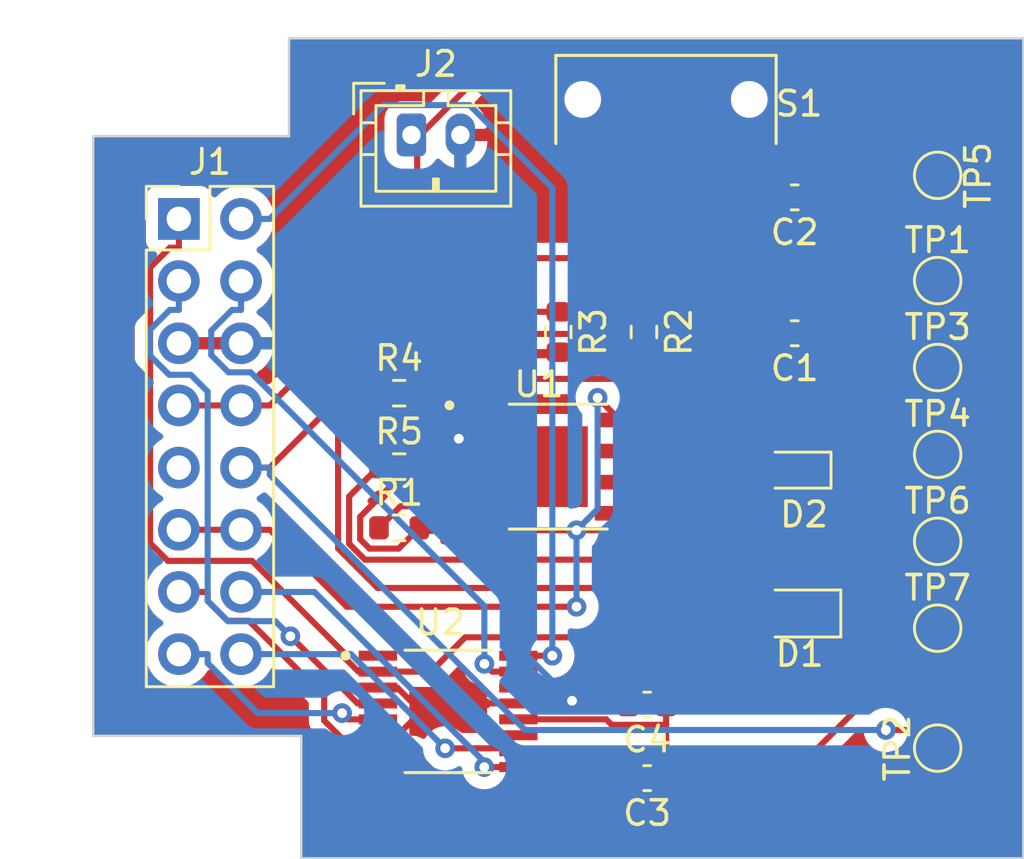
<source format=kicad_pcb>
(kicad_pcb (version 20240108) (generator "pcbnew") (generator_version "8.0")
  (layers (0 "F.Cu" signal) (31 "B.Cu" signal) (34 "B.Paste" user) (35 "F.Paste" user) (36 "B.SilkS" user "B.Silkscreen") (37 "F.SilkS" user "F.Silkscreen") (38 "B.Mask" user) (39 "F.Mask" user) (44 "Edge.Cuts" user))
  (net 0 "")
  (net 1 "GND")
  (net 2 "BATT")
  (net 3 "Net-(U2-VINT)")
  (net 4 "SWITCH")
  (net 5 "Net-(U2-VCP)")
  (net 6 "Net-(D1-K)")
  (net 7 "5V")
  (net 8 "Net-(D2-K)")
  (net 9 "PWM1")
  (net 10 "Motor2_A")
  (net 11 "Motor2_B")
  (net 12 "PWM2")
  (net 13 "Motor1_B")
  (net 14 "Motor1_A")
  (net 15 "PWM4")
  (net 16 "BATT_ADC")
  (net 17 "PWM3")
  (net 18 "Net-(U1-PROG)")
  (net 19 "Net-(U1-~{STDBY})")
  (net 20 "Net-(U1-~{CHRG})")
  (net 25 "Net-(U3-VINT)")
  (net 26 "Net-(U3-VCP)")
  (footprint "Resistor_SMD:R_0603_1608Metric" (layer "F.Cu") (at 139.5 86.5)
    (property "Reference" "R5" (at 0 -1.43 0) (layer "F.SilkS"))
    (property "Value" "1K")
    (fp_line (start -0.237258 -0.5225) (end 0.237258 -0.5225) (stroke (width 0.12)) (layer "F.SilkS"))
    (fp_line (start -0.237258 0.5225) (end 0.237258 0.5225) (stroke (width 0.12)) (layer "F.SilkS"))
    (pad "1" smd roundrect (at -0.825 0) (size 0.8 0.95) (layers "F.Cu" "F.Paste" "F.Mask") (net 8 "Net-(D2-K)"))
    (pad "2" smd roundrect (at 0.825 0) (size 0.8 0.95) (layers "F.Cu" "F.Paste" "F.Mask") (net 20 "Net-(U1-~{CHRG})"))
  )
  (footprint "Capacitor_SMD:C_0603_1608Metric" (layer "F.Cu") (at 155.6575 81.0517 180)
    (property "Reference" "C1" (at 0 -1.43 180) (layer "F.SilkS"))
    (property "Value" "10uF")
    (fp_line (start -0.14058 0.51) (end 0.14058 0.51) (stroke (width 0.12)) (layer "F.SilkS"))
    (fp_line (start -0.14058 -0.51) (end 0.14058 -0.51) (stroke (width 0.12)) (layer "F.SilkS"))
    (pad "1" smd roundrect (at -0.775 0 180) (size 0.9 0.95) (layers "F.Cu" "F.Paste" "F.Mask") (net 1 "GND"))
    (pad "2" smd roundrect (at 0.775 0 180) (size 0.9 0.95) (layers "F.Cu" "F.Paste" "F.Mask") (net 2 "BATT"))
  )
  (footprint "TestPoint:TestPoint_Pad_D1.5mm" (layer "F.Cu") (at 161.5 98 90)
    (property "Reference" "TP2" (at 0 -1.648 -90) (layer "F.SilkS"))
    (property "Value" "ADC_OUT ")
    (fp_circle (center 0 0) (end 0 0.95) (stroke (width 0.12)) (fill none) (layer "F.SilkS"))
    (pad "1" smd circle (at 0 0 90) (size 1.5 1.5) (layers "F.Cu" "F.Mask") (net 16 "BATT_ADC"))
  )
  (footprint "Capacitor_SMD:C_0603_1608Metric" (layer "F.Cu") (at 149.63 96.225 180)
    (property "Reference" "C4" (at 0 -1.43 180) (layer "F.SilkS"))
    (property "Value" "10uF")
    (fp_line (start -0.14058 0.51) (end 0.14058 0.51) (stroke (width 0.12)) (layer "F.SilkS"))
    (fp_line (start -0.14058 -0.51) (end 0.14058 -0.51) (stroke (width 0.12)) (layer "F.SilkS"))
    (pad "1" smd roundrect (at -0.775 0 180) (size 0.9 0.95) (layers "F.Cu" "F.Paste" "F.Mask") (net 4 "SWITCH"))
    (pad "2" smd roundrect (at 0.775 0 180) (size 0.9 0.95) (layers "F.Cu" "F.Paste" "F.Mask") (net 1 "GND"))
  )
  (footprint "Resistor_SMD:R_0603_1608Metric" (layer "F.Cu") (at 139.5 83.5)
    (property "Reference" "R4" (at 0 -1.43 0) (layer "F.SilkS"))
    (property "Value" "1K")
    (fp_line (start -0.237258 -0.5225) (end 0.237258 -0.5225) (stroke (width 0.12)) (layer "F.SilkS"))
    (fp_line (start -0.237258 0.5225) (end 0.237258 0.5225) (stroke (width 0.12)) (layer "F.SilkS"))
    (pad "1" smd roundrect (at -0.825 0) (size 0.8 0.95) (layers "F.Cu" "F.Paste" "F.Mask") (net 6 "Net-(D1-K)"))
    (pad "2" smd roundrect (at 0.825 0) (size 0.8 0.95) (layers "F.Cu" "F.Paste" "F.Mask") (net 19 "Net-(U1-~{STDBY})"))
  )
  (footprint "Capacitor_SMD:C_0603_1608Metric" (layer "F.Cu") (at 155.6575 75.5 180)
    (property "Reference" "C2" (at 0 -1.43 180) (layer "F.SilkS"))
    (property "Value" "2.2uF")
    (fp_line (start -0.14058 0.51) (end 0.14058 0.51) (stroke (width 0.12)) (layer "F.SilkS"))
    (fp_line (start -0.14058 -0.51) (end 0.14058 -0.51) (stroke (width 0.12)) (layer "F.SilkS"))
    (pad "1" smd roundrect (at -0.775 0 180) (size 0.9 0.95) (layers "F.Cu" "F.Paste" "F.Mask") (net 1 "GND"))
    (pad "2" smd roundrect (at 0.775 0 180) (size 0.9 0.95) (layers "F.Cu" "F.Paste" "F.Mask") (net 25 "Net-(U3-VINT)"))
  )
  (footprint "TP4056:SOP127P600X175-9N" (layer "F.Cu") (at 146 86.5)
    (property "Reference" "U1" (at -0.795 -3.362 0) (layer "F.SilkS"))
    (property "Value" "TP4056")
    (fp_line (start -2 -2.55) (end 2 -2.55) (stroke (width 0.127)) (layer "F.SilkS"))
    (fp_line (start -2 2.55) (end 2 2.55) (stroke (width 0.127)) (layer "F.SilkS"))
    (fp_circle (center -4.445 -2.505) (end -4.345 -2.505) (stroke (width 0.2)) (fill none) (layer "F.SilkS"))
    (pad "1" smd roundrect (at -2.475 -1.905) (size 1.97 0.6) (layers "F.Cu" "F.Paste" "F.Mask") (roundrect_rratio 0.07) (net 1 "GND"))
    (pad "2" smd roundrect (at -2.475 -0.635) (size 1.97 0.6) (layers "F.Cu" "F.Paste" "F.Mask") (roundrect_rratio 0.07) (net 18 "Net-(U1-PROG)"))
    (pad "3" smd roundrect (at -2.475 0.635) (size 1.97 0.6) (layers "F.Cu" "F.Paste" "F.Mask") (roundrect_rratio 0.07) (net 1 "GND"))
    (pad "4" smd roundrect (at -2.475 1.905) (size 1.97 0.6) (layers "F.Cu" "F.Paste" "F.Mask") (roundrect_rratio 0.07) (net 7 "5V"))
    (pad "5" smd roundrect (at 2.475 1.905) (size 1.97 0.6) (layers "F.Cu" "F.Paste" "F.Mask") (roundrect_rratio 0.07) (net 2 "BATT"))
    (pad "6" smd roundrect (at 2.475 0.635) (size 1.97 0.6) (layers "F.Cu" "F.Paste" "F.Mask") (roundrect_rratio 0.07) (net 19 "Net-(U1-~{STDBY})"))
    (pad "7" smd roundrect (at 2.475 -0.635) (size 1.97 0.6) (layers "F.Cu" "F.Paste" "F.Mask") (roundrect_rratio 0.07) (net 20 "Net-(U1-~{CHRG})"))
    (pad "8" smd roundrect (at 2.475 -1.905) (size 1.97 0.6) (layers "F.Cu" "F.Paste" "F.Mask") (roundrect_rratio 0.07) (net 7 "5V"))
    (pad "9" smd rect (at 0 0) (size 2.413 3.302) (layers "F.Cu" "F.Mask"))
  )
  (footprint "Connector_PinHeader_2.54mm:PinHeader_2x08_P2.54mm_Vertical" (layer "F.Cu") (at 130.5 76.38)
    (property "Reference" "J1" (at 1.27 -2.33 0) (layer "F.SilkS"))
    (property "Value" "Conn_02x08_Odd_Even")
    (fp_line (start -1.33 -1.33) (end 0 -1.33) (stroke (width 0.12)) (layer "F.SilkS"))
    (fp_line (start -1.33 0) (end -1.33 -1.33) (stroke (width 0.12)) (layer "F.SilkS"))
    (fp_line (start -1.33 1.27) (end -1.33 19.11) (stroke (width 0.12)) (layer "F.SilkS"))
    (fp_line (start -1.33 1.27) (end 1.27 1.27) (stroke (width 0.12)) (layer "F.SilkS"))
    (fp_line (start -1.33 19.11) (end 3.87 19.11) (stroke (width 0.12)) (layer "F.SilkS"))
    (fp_line (start 1.27 -1.33) (end 3.87 -1.33) (stroke (width 0.12)) (layer "F.SilkS"))
    (fp_line (start 1.27 1.27) (end 1.27 -1.33) (stroke (width 0.12)) (layer "F.SilkS"))
    (fp_line (start 3.87 -1.33) (end 3.87 19.11) (stroke (width 0.12)) (layer "F.SilkS"))
    (pad "1" thru_hole rect (at 0 0) (size 1.7 1.7) (drill 1) (layers "*.Cu" "*.Mask") (net 10 "Motor2_A"))
    (pad "2" thru_hole oval (at 2.54 0) (size 1.7 1.7) (drill 1) (layers "*.Cu" "*.Mask") (net 9 "PWM1"))
    (pad "3" thru_hole oval (at 0 2.54) (size 1.7 1.7) (drill 1) (layers "*.Cu" "*.Mask") (net 11 "Motor2_B"))
    (pad "4" thru_hole oval (at 2.54 2.54) (size 1.7 1.7) (drill 1) (layers "*.Cu" "*.Mask") (net 12 "PWM2"))
    (pad "5" thru_hole oval (at 0 5.08) (size 1.7 1.7) (drill 1) (layers "*.Cu" "*.Mask") (net 1 "GND"))
    (pad "6" thru_hole oval (at 2.54 5.08) (size 1.7 1.7) (drill 1) (layers "*.Cu" "*.Mask") (net 1 "GND"))
    (pad "7" thru_hole oval (at 0 7.62) (size 1.7 1.7) (drill 1) (layers "*.Cu" "*.Mask") (net 2 "BATT"))
    (pad "8" thru_hole oval (at 2.54 7.62) (size 1.7 1.7) (drill 1) (layers "*.Cu" "*.Mask") (net 2 "BATT"))
    (pad "9" thru_hole oval (at 0 10.16) (size 1.7 1.7) (drill 1) (layers "*.Cu" "*.Mask"))
    (pad "10" thru_hole oval (at 2.54 10.16) (size 1.7 1.7) (drill 1) (layers "*.Cu" "*.Mask") (net 16 "BATT_ADC"))
    (pad "11" thru_hole oval (at 0 12.7) (size 1.7 1.7) (drill 1) (layers "*.Cu" "*.Mask") (net 7 "5V"))
    (pad "12" thru_hole oval (at 2.54 12.7) (size 1.7 1.7) (drill 1) (layers "*.Cu" "*.Mask") (net 7 "5V"))
    (pad "13" thru_hole oval (at 0 15.24) (size 1.7 1.7) (drill 1) (layers "*.Cu" "*.Mask") (net 14 "Motor1_A"))
    (pad "14" thru_hole oval (at 2.54 15.24) (size 1.7 1.7) (drill 1) (layers "*.Cu" "*.Mask") (net 17 "PWM3"))
    (pad "15" thru_hole oval (at 0 17.78) (size 1.7 1.7) (drill 1) (layers "*.Cu" "*.Mask") (net 13 "Motor1_B"))
    (pad "16" thru_hole oval (at 2.54 17.78) (size 1.7 1.7) (drill 1) (layers "*.Cu" "*.Mask") (net 15 "PWM4"))
  )
  (footprint "TestPoint:TestPoint_Pad_D1.5mm" (layer "F.Cu") (at 161.5 86)
    (property "Reference" "TP4" (at 0 -1.648 0) (layer "F.SilkS"))
    (property "Value" "GREEN")
    (fp_circle (center 0 0) (end 0 0.95) (stroke (width 0.12)) (fill none) (layer "F.SilkS"))
    (pad "1" smd circle (at 0 0) (size 1.5 1.5) (layers "F.Cu" "F.Mask") (net 8 "Net-(D2-K)"))
  )
  (footprint "Resistor_SMD:R_0603_1608Metric" (layer "F.Cu") (at 149.5 81 -90)
    (property "Reference" "R2" (at 0 -1.43 90) (layer "F.SilkS"))
    (property "Value" "1K")
    (fp_line (start -0.237258 0.5225) (end 0.237258 0.5225) (stroke (width 0.12)) (layer "F.SilkS"))
    (fp_line (start -0.237258 -0.5225) (end 0.237258 -0.5225) (stroke (width 0.12)) (layer "F.SilkS"))
    (pad "1" smd roundrect (at -0.825 0 270) (size 0.8 0.95) (layers "F.Cu" "F.Paste" "F.Mask") (net 2 "BATT"))
    (pad "2" smd roundrect (at 0.825 0 270) (size 0.8 0.95) (layers "F.Cu" "F.Paste" "F.Mask") (net 16 "BATT_ADC"))
  )
  (footprint "Resistor_SMD:R_0603_1608Metric" (layer "F.Cu") (at 146 81 -90)
    (property "Reference" "R3" (at 0 -1.43 90) (layer "F.SilkS"))
    (property "Value" "2.2K")
    (fp_line (start -0.237258 0.5225) (end 0.237258 0.5225) (stroke (width 0.12)) (layer "F.SilkS"))
    (fp_line (start -0.237258 -0.5225) (end 0.237258 -0.5225) (stroke (width 0.12)) (layer "F.SilkS"))
    (pad "1" smd roundrect (at -0.825 0 270) (size 0.8 0.95) (layers "F.Cu" "F.Paste" "F.Mask") (net 16 "BATT_ADC"))
    (pad "2" smd roundrect (at 0.825 0 270) (size 0.8 0.95) (layers "F.Cu" "F.Paste" "F.Mask") (net 1 "GND"))
  )
  (footprint "JS102011SAQN:SW_JS102011SAQN" (layer "F.Cu") (at 150.4 71.5 180)
    (property "Reference" "S1" (at -5.438995 -0.175125 180) (layer "F.SilkS") (effects (font (size 1.000732 1.000732))))
    (property "Value" "JS102011SAQN")
    (fp_line (start 4.5 -1.8) (end 4.5 1.8) (stroke (width 0.127)) (layer "F.SilkS"))
    (fp_line (start -4.5 1.8) (end 4.5 1.8) (stroke (width 0.127)) (layer "F.SilkS"))
    (fp_line (start -4.5 -1.8) (end -4.5 1.8) (stroke (width 0.127)) (layer "F.SilkS"))
    (pad "" np_thru_hole circle (at -3.4 0 180) (size 1 1) (drill 1) (layers "*.Cu" "*.Mask"))
    (pad "" np_thru_hole circle (at 3.4 0 180) (size 1 1) (drill 1) (layers "*.Cu" "*.Mask"))
    (pad "1" smd rect (at -2.5 -2.75 180) (size 1.2 2.5) (layers "F.Cu" "F.Paste" "F.Mask") (net 2 "BATT"))
    (pad "2" smd rect (at 0 -2.75 180) (size 1.2 2.5) (layers "F.Cu" "F.Paste" "F.Mask") (net 4 "SWITCH"))
    (pad "3" smd rect (at 2.5 -2.75 180) (size 1.2 2.5) (layers "F.Cu" "F.Paste" "F.Mask"))
  )
  (footprint "TestPoint:TestPoint_Pad_D1.5mm" (layer "F.Cu") (at 161.5 78.9)
    (property "Reference" "TP1" (at 0 -1.648 0) (layer "F.SilkS"))
    (property "Value" "5V")
    (fp_circle (center 0 0) (end 0 0.95) (stroke (width 0.12)) (fill none) (layer "F.SilkS"))
    (pad "1" smd circle (at 0 0) (size 1.5 1.5) (layers "F.Cu" "F.Mask") (net 7 "5V"))
  )
  (footprint "LED_SMD:LED_0603_1608Metric" (layer "F.Cu") (at 155.6575 86.6433 180)
    (property "Reference" "D2" (at -0.3825 -1.814466 180) (layer "F.SilkS"))
    (property "Value" "LED")
    (fp_line (start 0.8 -0.735) (end -1.485 -0.735) (stroke (width 0.12)) (layer "F.SilkS"))
    (fp_line (start -1.485 0.735) (end 0.8 0.735) (stroke (width 0.12)) (layer "F.SilkS"))
    (fp_line (start -1.485 -0.735) (end -1.485 0.735) (stroke (width 0.12)) (layer "F.SilkS"))
    (pad "1" smd roundrect (at -0.7875 0 180) (size 0.875 0.95) (layers "F.Cu" "F.Paste" "F.Mask") (net 8 "Net-(D2-K)"))
    (pad "2" smd roundrect (at 0.7875 0 180) (size 0.875 0.95) (layers "F.Cu" "F.Paste" "F.Mask") (net 7 "5V"))
  )
  (footprint "LED_SMD:LED_0805_2012Metric" (layer "F.Cu") (at 155.8575 92.5 180)
    (property "Reference" "D1" (at 0 -1.65 180) (layer "F.SilkS"))
    (property "Value" "LED")
    (fp_line (start 1 -0.96) (end -1.685 -0.96) (stroke (width 0.12)) (layer "F.SilkS"))
    (fp_line (start -1.685 0.96) (end 1 0.96) (stroke (width 0.12)) (layer "F.SilkS"))
    (fp_line (start -1.685 -0.96) (end -1.685 0.96) (stroke (width 0.12)) (layer "F.SilkS"))
    (pad "1" smd roundrect (at -0.9375 0 180) (size 0.975 1.4) (layers "F.Cu" "F.Paste" "F.Mask") (net 6 "Net-(D1-K)"))
    (pad "2" smd roundrect (at 0.9375 0 180) (size 0.975 1.4) (layers "F.Cu" "F.Paste" "F.Mask") (net 7 "5V"))
  )
  (footprint "TestPoint:TestPoint_Pad_D1.5mm" (layer "F.Cu") (at 161.5 82.45)
    (property "Reference" "TP3" (at 0 -1.648 0) (layer "F.SilkS"))
    (property "Value" "RED")
    (fp_circle (center 0 0) (end 0 0.95) (stroke (width 0.12)) (fill none) (layer "F.SilkS"))
    (pad "1" smd circle (at 0 0) (size 1.5 1.5) (layers "F.Cu" "F.Mask") (net 6 "Net-(D1-K)"))
  )
  (footprint "TestPoint:TestPoint_Pad_D1.5mm" (layer "F.Cu") (at 161.5 89.55)
    (property "Reference" "TP6" (at 0 -1.648 0) (layer "F.SilkS"))
    (property "Value" "Motor2")
    (fp_circle (center 0 0) (end 0 0.95) (stroke (width 0.12)) (fill none) (layer "F.SilkS"))
    (pad "1" smd circle (at 0 0) (size 1.5 1.5) (layers "F.Cu" "F.Mask") (net 10 "Motor2_A"))
  )
  (footprint "TestPoint:TestPoint_Pad_D1.5mm" (layer "F.Cu") (at 161.5 74.6 -90)
    (property "Reference" "TP5" (at 0 -1.648 90) (layer "F.SilkS"))
    (property "Value" "SW_out")
    (fp_circle (center 0 0) (end 0 0.95) (stroke (width 0.12)) (fill none) (layer "F.SilkS"))
    (pad "1" smd circle (at 0 0 270) (size 1.5 1.5) (layers "F.Cu" "F.Mask") (net 4 "SWITCH"))
  )
  (footprint "TestPoint:TestPoint_Pad_D1.5mm" (layer "F.Cu") (at 161.5 93.1)
    (property "Reference" "TP7" (at 0 -1.648 0) (layer "F.SilkS"))
    (property "Value" "Motor1")
    (fp_circle (center 0 0) (end 0 0.95) (stroke (width 0.12)) (fill none) (layer "F.SilkS"))
    (pad "1" smd circle (at 0 0) (size 1.5 1.5) (layers "F.Cu" "F.Mask") (net 14 "Motor1_A"))
  )
  (footprint "Connector_JST:JST_PH_B2B-PH-K_1x02_P2.00mm_Vertical" (layer "F.Cu") (at 140 72.95)
    (property "Reference" "J2" (at 1 -2.9 0) (layer "F.SilkS"))
    (property "Value" "Conn_01x02_Pin")
    (fp_line (start -2.36 -2.11) (end -2.36 -0.86) (stroke (width 0.12)) (layer "F.SilkS"))
    (fp_line (start -2.06 -1.81) (end -2.06 2.91) (stroke (width 0.12)) (layer "F.SilkS"))
    (fp_line (start -2.06 -0.5) (end -1.45 -0.5) (stroke (width 0.12)) (layer "F.SilkS"))
    (fp_line (start -2.06 0.8) (end -1.45 0.8) (stroke (width 0.12)) (layer "F.SilkS"))
    (fp_line (start -2.06 2.91) (end 4.06 2.91) (stroke (width 0.12)) (layer "F.SilkS"))
    (fp_line (start -1.45 -1.2) (end -1.45 2.3) (stroke (width 0.12)) (layer "F.SilkS"))
    (fp_line (start -1.45 2.3) (end 3.45 2.3) (stroke (width 0.12)) (layer "F.SilkS"))
    (fp_line (start -1.11 -2.11) (end -2.36 -2.11) (stroke (width 0.12)) (layer "F.SilkS"))
    (fp_line (start -0.6 -2.01) (end -0.6 -1.81) (stroke (width 0.12)) (layer "F.SilkS"))
    (fp_line (start -0.3 -2.01) (end -0.6 -2.01) (stroke (width 0.12)) (layer "F.SilkS"))
    (fp_line (start -0.3 -1.91) (end -0.6 -1.91) (stroke (width 0.12)) (layer "F.SilkS"))
    (fp_line (start -0.3 -1.81) (end -0.3 -2.01) (stroke (width 0.12)) (layer "F.SilkS"))
    (fp_line (start 0.5 -1.81) (end 0.5 -1.2) (stroke (width 0.12)) (layer "F.SilkS"))
    (fp_line (start 0.5 -1.2) (end -1.45 -1.2) (stroke (width 0.12)) (layer "F.SilkS"))
    (fp_line (start 0.9 1.8) (end 1.1 1.8) (stroke (width 0.12)) (layer "F.SilkS"))
    (fp_line (start 0.9 2.3) (end 0.9 1.8) (stroke (width 0.12)) (layer "F.SilkS"))
    (fp_line (start 1 2.3) (end 1 1.8) (stroke (width 0.12)) (layer "F.SilkS"))
    (fp_line (start 1.1 1.8) (end 1.1 2.3) (stroke (width 0.12)) (layer "F.SilkS"))
    (fp_line (start 1.5 -1.2) (end 1.5 -1.81) (stroke (width 0.12)) (layer "F.SilkS"))
    (fp_line (start 3.45 -1.2) (end 1.5 -1.2) (stroke (width 0.12)) (layer "F.SilkS"))
    (fp_line (start 3.45 2.3) (end 3.45 -1.2) (stroke (width 0.12)) (layer "F.SilkS"))
    (fp_line (start 4.06 -1.81) (end -2.06 -1.81) (stroke (width 0.12)) (layer "F.SilkS"))
    (fp_line (start 4.06 -0.5) (end 3.45 -0.5) (stroke (width 0.12)) (layer "F.SilkS"))
    (fp_line (start 4.06 0.8) (end 3.45 0.8) (stroke (width 0.12)) (layer "F.SilkS"))
    (fp_line (start 4.06 2.91) (end 4.06 -1.81) (stroke (width 0.12)) (layer "F.SilkS"))
    (pad "1" thru_hole roundrect (at 0 0) (size 1.2 1.75) (drill 0.75) (layers "*.Cu" "*.Mask") (roundrect_rratio 0.208333) (net 2 "BATT"))
    (pad "2" thru_hole oval (at 2 0) (size 1.2 1.75) (drill 0.75) (layers "*.Cu" "*.Mask") (net 1 "GND"))
  )
  (footprint "DRV8833PW:SOP65P640X120-16N" (layer "F.Cu") (at 141.5 96.5)
    (property "Reference" "U2" (at -0.325 -3.635 0) (layer "F.SilkS"))
    (property "Value" "DRV8833PW")
    (fp_line (start -1.765 -2.5) (end 1.765 -2.5) (stroke (width 0.127)) (layer "F.SilkS"))
    (fp_line (start 1.765 2.5) (end -1.765 2.5) (stroke (width 0.127)) (layer "F.SilkS"))
    (fp_circle (center -4.19 -2.275) (end -4.09 -2.275) (stroke (width 0.2)) (fill none) (layer "F.SilkS"))
    (pad "1" smd roundrect (at -2.87 -2.275) (size 1.57 0.41) (layers "F.Cu" "F.Paste" "F.Mask") (roundrect_rratio 0.05))
    (pad "2" smd roundrect (at -2.87 -1.625) (size 1.57 0.41) (layers "F.Cu" "F.Paste" "F.Mask") (roundrect_rratio 0.05) (net 10 "Motor2_A"))
    (pad "3" smd roundrect (at -2.87 -0.975) (size 1.57 0.41) (layers "F.Cu" "F.Paste" "F.Mask") (roundrect_rratio 0.05) (net 1 "GND"))
    (pad "4" smd roundrect (at -2.87 -0.325) (size 1.57 0.41) (layers "F.Cu" "F.Paste" "F.Mask") (roundrect_rratio 0.05) (net 11 "Motor2_B"))
    (pad "5" smd roundrect (at -2.87 0.325) (size 1.57 0.41) (layers "F.Cu" "F.Paste" "F.Mask") (roundrect_rratio 0.05) (net 13 "Motor1_B"))
    (pad "6" smd roundrect (at -2.87 0.975) (size 1.57 0.41) (layers "F.Cu" "F.Paste" "F.Mask") (roundrect_rratio 0.05) (net 1 "GND"))
    (pad "7" smd roundrect (at -2.87 1.625) (size 1.57 0.41) (layers "F.Cu" "F.Paste" "F.Mask") (roundrect_rratio 0.05) (net 14 "Motor1_A"))
    (pad "8" smd roundrect (at -2.87 2.275) (size 1.57 0.41) (layers "F.Cu" "F.Paste" "F.Mask") (roundrect_rratio 0.05))
    (pad "9" smd roundrect (at 2.87 2.275) (size 1.57 0.41) (layers "F.Cu" "F.Paste" "F.Mask") (roundrect_rratio 0.05) (net 17 "PWM3"))
    (pad "10" smd roundrect (at 2.87 1.625) (size 1.57 0.41) (layers "F.Cu" "F.Paste" "F.Mask") (roundrect_rratio 0.05) (net 15 "PWM4"))
    (pad "11" smd roundrect (at 2.87 0.975) (size 1.57 0.41) (layers "F.Cu" "F.Paste" "F.Mask") (roundrect_rratio 0.05) (net 5 "Net-(U2-VCP)"))
    (pad "12" smd roundrect (at 2.87 0.325) (size 1.57 0.41) (layers "F.Cu" "F.Paste" "F.Mask") (roundrect_rratio 0.05) (net 4 "SWITCH"))
    (pad "13" smd roundrect (at 2.87 -0.325) (size 1.57 0.41) (layers "F.Cu" "F.Paste" "F.Mask") (roundrect_rratio 0.05) (net 1 "GND"))
    (pad "14" smd roundrect (at 2.87 -0.975) (size 1.57 0.41) (layers "F.Cu" "F.Paste" "F.Mask") (roundrect_rratio 0.05) (net 3 "Net-(U2-VINT)"))
    (pad "15" smd roundrect (at 2.87 -1.625) (size 1.57 0.41) (layers "F.Cu" "F.Paste" "F.Mask") (roundrect_rratio 0.05) (net 12 "PWM2"))
    (pad "16" smd roundrect (at 2.87 -2.275) (size 1.57 0.41) (layers "F.Cu" "F.Paste" "F.Mask") (roundrect_rratio 0.05) (net 9 "PWM1"))
  )
  (footprint "Capacitor_SMD:C_0603_1608Metric" (layer "F.Cu") (at 149.63 99.225 180)
    (property "Reference" "C3" (at 0 -1.43 180) (layer "F.SilkS"))
    (property "Value" "0.01uF")
    (fp_line (start -0.14058 0.51) (end 0.14058 0.51) (stroke (width 0.12)) (layer "F.SilkS"))
    (fp_line (start -0.14058 -0.51) (end 0.14058 -0.51) (stroke (width 0.12)) (layer "F.SilkS"))
    (pad "1" smd roundrect (at -0.775 0 180) (size 0.9 0.95) (layers "F.Cu" "F.Paste" "F.Mask") (net 4 "SWITCH"))
    (pad "2" smd roundrect (at 0.775 0 180) (size 0.9 0.95) (layers "F.Cu" "F.Paste" "F.Mask") (net 26 "Net-(U3-VCP)"))
  )
  (footprint "Resistor_SMD:R_0603_1608Metric" (layer "F.Cu") (at 139.5 89)
    (property "Reference" "R1" (at 0 -1.43 0) (layer "F.SilkS"))
    (property "Value" "1.2K")
    (fp_line (start -0.237258 -0.5225) (end 0.237258 -0.5225) (stroke (width 0.12)) (layer "F.SilkS"))
    (fp_line (start -0.237258 0.5225) (end 0.237258 0.5225) (stroke (width 0.12)) (layer "F.SilkS"))
    (pad "1" smd roundrect (at -0.825 0) (size 0.8 0.95) (layers "F.Cu" "F.Paste" "F.Mask") (net 18 "Net-(U1-PROG)"))
    (pad "2" smd roundrect (at 0.825 0) (size 0.8 0.95) (layers "F.Cu" "F.Paste" "F.Mask") (net 1 "GND"))
  )
  (gr_line (start 127 97.5) (end 135.5 97.5) (stroke (width 0.1)) (layer "Edge.Cuts"))
  (gr_line (start 135 69) (end 165 69) (stroke (width 0.1)) (layer "Edge.Cuts"))
  (gr_line (start 165 102.5) (end 135.5 102.5) (stroke (width 0.1)) (layer "Edge.Cuts"))
  (gr_line (start 127 73) (end 127 97.5) (stroke (width 0.1)) (layer "Edge.Cuts"))
  (gr_line (start 165 69) (end 165 102.5) (stroke (width 0.1)) (layer "Edge.Cuts"))
  (gr_line (start 135.5 102.5) (end 135.5 97.5) (stroke (width 0.1)) (layer "Edge.Cuts"))
  (gr_line (start 127 73) (end 135 73) (stroke (width 0.1)) (layer "Edge.Cuts"))
  (gr_line (start 135 73) (end 135 69) (stroke (width 0.1)) (layer "Edge.Cuts"))
  (segment (start 141.9357 86.1309) (end 140.7529 87.3137) (width 0.25) (layer "F.Cu") (net 1))
  (segment (start 142.9267 72.95) (end 143.2034 72.6733) (width 0.25) (layer "F.Cu") (net 1))
  (segment (start 139.496 86.0244) (end 139.496 86.9579) (width 0.25) (layer "F.Cu") (net 1))
  (segment (start 149.4177 72.6733) (end 153.6818 72.6733) (width 0.25) (layer "F.Cu") (net 1))
  (segment (start 156.4325 81.0517) (end 154.9836 79.6028) (width 0.25) (layer "F.Cu") (net 1))
  (segment (start 153.431 79.6028) (end 149.4177 75.5895) (width 0.25) (layer "F.Cu") (net 1))
  (segment (start 141.9357 85.3584) (end 141.9357 86.1309) (width 0.25) (layer "F.Cu") (net 1))
  (segment (start 144.37 96.175) (end 140.0703 96.175) (width 0.25) (layer "F.Cu") (net 1))
  (segment (start 146.5619 96.1451) (end 144.3999 96.1451) (width 0.25) (layer "F.Cu") (net 1))
  (segment (start 139.4757 89.8493) (end 140.325 89) (width 0.25) (layer "F.Cu") (net 1))
  (segment (start 153.6818 72.6733) (end 156.4325 75.424) (width 0.25) (layer "F.Cu") (net 1))
  (segment (start 149.4177 75.5895) (end 149.4177 72.6733) (width 0.25) (layer "F.Cu") (net 1))
  (segment (start 137.9072 89.465) (end 138.2915 89.8493) (width 0.25) (layer "F.Cu") (net 1))
  (segment (start 139.4203 95.525) (end 138.63 95.525) (width 0.25) (layer "F.Cu") (net 1))
  (segment (start 139.4341 97.475) (end 140.0703 96.8388) (width 0.25) (layer "F.Cu") (net 1))
  (segment (start 142.6991 84.595) (end 141.9357 85.3584) (width 0.25) (layer "F.Cu") (net 1))
  (segment (start 156.4325 75.424) (end 156.4325 75.5) (width 0.25) (layer "F.Cu") (net 1))
  (segment (start 140.0703 96.8388) (end 140.0703 96.175) (width 0.25) (layer "F.Cu") (net 1))
  (segment (start 133.04 81.46) (end 130.5 81.46) (width 0.25) (layer "F.Cu") (net 1))
  (segment (start 139.8518 87.3137) (end 139.496 86.9579) (width 0.25) (layer "F.Cu") (net 1))
  (segment (start 140.325 89) (end 140.7496 89) (width 0.25) (layer "F.Cu") (net 1))
  (segment (start 140.7496 89) (end 142.6146 87.135) (width 0.25) (layer "F.Cu") (net 1))
  (segment (start 139.496 86.9579) (end 137.9072 88.5467) (width 0.25) (layer "F.Cu") (net 1))
  (segment (start 140.0703 96.175) (end 139.4203 95.525) (width 0.25) (layer "F.Cu") (net 1))
  (segment (start 148.855 96.225) (end 146.6418 96.225) (width 0.25) (layer "F.Cu") (net 1))
  (segment (start 140.7529 87.3137) (end 139.8518 87.3137) (width 0.25) (layer "F.Cu") (net 1))
  (segment (start 143.525 84.595) (end 142.6991 84.595) (width 0.25) (layer "F.Cu") (net 1))
  (segment (start 146 81.825) (end 143.6954 81.825) (width 0.25) (layer "F.Cu") (net 1))
  (segment (start 143.2034 72.6733) (end 149.4177 72.6733) (width 0.25) (layer "F.Cu") (net 1))
  (segment (start 154.9836 79.6028) (end 153.431 79.6028) (width 0.25) (layer "F.Cu") (net 1))
  (segment (start 142 72.95) (end 142.9267 72.95) (width 0.25) (layer "F.Cu") (net 1))
  (segment (start 146.5619 96.1451) (end 146.5619 96.0652) (width 0.25) (layer "F.Cu") (net 1))
  (segment (start 146.6418 96.225) (end 146.5619 96.1451) (width 0.25) (layer "F.Cu") (net 1))
  (segment (start 138.2915 89.8493) (end 139.4757 89.8493) (width 0.25) (layer "F.Cu") (net 1))
  (segment (start 144.3999 96.1451) (end 144.37 96.175) (width 0.25) (layer "F.Cu") (net 1))
  (segment (start 137.9072 88.5467) (end 137.9072 89.465) (width 0.25) (layer "F.Cu") (net 1))
  (segment (start 138.63 97.475) (end 139.4341 97.475) (width 0.25) (layer "F.Cu") (net 1))
  (segment (start 143.6954 81.825) (end 139.496 86.0244) (width 0.25) (layer "F.Cu") (net 1))
  (segment (start 142.6146 87.135) (end 143.525 87.135) (width 0.25) (layer "F.Cu") (net 1))
  (via (at 146.5619 96.0652) (size 0.8) (drill 0.4) (layers "F.Cu" "B.Cu") (net 1))
  (via (at 141.9357 85.3584) (size 0.8) (drill 0.4) (layers "F.Cu" "B.Cu") (net 1))
  (segment (start 144.413 87.8357) (end 144.413 93.9163) (width 0.25) (layer "B.Cu") (net 1))
  (segment (start 138.0107 81.4334) (end 141.9357 85.3584) (width 0.25) (layer "B.Cu") (net 1))
  (segment (start 138.0107 81.4334) (end 142 77.4441) (width 0.25) (layer "B.Cu") (net 1))
  (segment (start 144.413 93.9163) (end 146.5619 96.0652) (width 0.25) (layer "B.Cu") (net 1))
  (segment (start 133.04 81.46) (end 134.2167 81.46) (width 0.25) (layer "B.Cu") (net 1))
  (segment (start 134.2433 81.4334) (end 138.0107 81.4334) (width 0.25) (layer "B.Cu") (net 1))
  (segment (start 134.2167 81.46) (end 134.2433 81.4334) (width 0.25) (layer "B.Cu") (net 1))
  (segment (start 141.9357 85.3584) (end 144.413 87.8357) (width 0.25) (layer "B.Cu") (net 1))
  (segment (start 142 77.4441) (end 142 72.95) (width 0.25) (layer "B.Cu") (net 1))
  (segment (start 133.04 84) (end 134.2167 84) (width 0.25) (layer "F.Cu") (net 2))
  (segment (start 140.2354 77.9813) (end 134.2167 84) (width 0.25) (layer "F.Cu") (net 2))
  (segment (start 156.8964 76.3115) (end 153.3848 76.3115) (width 0.25) (layer "F.Cu") (net 2))
  (segment (start 140.2354 77.9813) (end 147.3063 77.9813) (width 0.25) (layer "F.Cu") (net 2))
  (segment (start 149.5 80.175) (end 150.3767 81.0517) (width 0.25) (layer "F.Cu") (net 2))
  (segment (start 153.3848 76.3115) (end 152.9 75.8267) (width 0.25) (layer "F.Cu") (net 2))
  (segment (start 150.7351 86.5982) (end 150.7351 81.0517) (width 0.25) (layer "F.Cu") (net 2))
  (segment (start 150.3767 81.0517) (end 150.7351 81.0517) (width 0.25) (layer "F.Cu") (net 2))
  (segment (start 147.3063 77.9813) (end 149.5 80.175) (width 0.25) (layer "F.Cu") (net 2))
  (segment (start 157.2545 73.4066) (end 157.2545 75.9534) (width 0.25) (layer "F.Cu") (net 2))
  (segment (start 150.7351 81.0517) (end 154.8825 81.0517) (width 0.25) (layer "F.Cu") (net 2))
  (segment (start 140.1766 73.1265) (end 142.9271 70.376) (width 0.25) (layer "F.Cu") (net 2))
  (segment (start 142.9271 70.376) (end 154.2239 70.376) (width 0.25) (layer "F.Cu") (net 2))
  (segment (start 148.9283 88.405) (end 150.7351 86.5982) (width 0.25) (layer "F.Cu") (net 2))
  (segment (start 140.1766 73.1265) (end 140.2354 73.1854) (width 0.25) (layer "F.Cu") (net 2))
  (segment (start 140.2354 73.1854) (end 140.2354 77.9813) (width 0.25) (layer "F.Cu") (net 2))
  (segment (start 148.475 88.405) (end 148.9283 88.405) (width 0.25) (layer "F.Cu") (net 2))
  (segment (start 157.2545 75.9534) (end 156.8964 76.3115) (width 0.25) (layer "F.Cu") (net 2))
  (segment (start 140 72.95) (end 140.1766 73.1265) (width 0.25) (layer "F.Cu") (net 2))
  (segment (start 152.9 74.25) (end 152.9 75.8267) (width 0.25) (layer "F.Cu") (net 2))
  (segment (start 133.04 84) (end 130.5 84) (width 0.25) (layer "F.Cu") (net 2))
  (segment (start 154.2239 70.376) (end 157.2545 73.4066) (width 0.25) (layer "F.Cu") (net 2))
  (segment (start 150.405 96.225) (end 156.349 96.225) (width 0.25) (layer "F.Cu") (net 4))
  (segment (start 151.3267 75.0609) (end 151.3267 74.25) (width 0.25) (layer "F.Cu") (net 4))
  (segment (start 161.5 74.6) (end 160.8736 75.2264) (width 0.25) (layer "F.Cu") (net 4))
  (segment (start 150.405 97.0477) (end 148.1819 97.0477) (width 0.25) (layer "F.Cu") (net 4))
  (segment (start 160.8736 75.2264) (end 160.8736 76.703) (width 0.25) (layer "F.Cu") (net 4))
  (segment (start 156.349 96.225) (end 163.5257 89.0483) (width 0.25) (layer "F.Cu") (net 4))
  (segment (start 150.4 74.25) (end 151.3267 74.25) (width 0.25) (layer "F.Cu") (net 4))
  (segment (start 163.5257 79.3551) (end 160.8736 76.703) (width 0.25) (layer "F.Cu") (net 4))
  (segment (start 163.5257 89.0483) (end 163.5257 79.3551) (width 0.25) (layer "F.Cu") (net 4))
  (segment (start 153.041 76.7752) (end 151.3267 75.0609) (width 0.25) (layer "F.Cu") (net 4))
  (segment (start 148.1819 97.0477) (end 147.9592 96.825) (width 0.25) (layer "F.Cu") (net 4))
  (segment (start 147.9592 96.825) (end 144.37 96.825) (width 0.25) (layer "F.Cu") (net 4))
  (segment (start 160.8736 76.703) (end 160.8014 76.7752) (width 0.25) (layer "F.Cu") (net 4))
  (segment (start 150.405 99.225) (end 150.405 97.0477) (width 0.25) (layer "F.Cu") (net 4))
  (segment (start 150.405 97.0477) (end 150.405 96.225) (width 0.25) (layer "F.Cu") (net 4))
  (segment (start 160.8014 76.7752) (end 153.041 76.7752) (width 0.25) (layer "F.Cu") (net 4))
  (segment (start 148.7538 91.4563) (end 150.8273 93.5298) (width 0.25) (layer "F.Cu") (net 6))
  (segment (start 138.675 83.5) (end 137.0038 85.1712) (width 0.25) (layer "F.Cu") (net 6))
  (segment (start 137.0038 89.8392) (end 138.6209 91.4563) (width 0.25) (layer "F.Cu") (net 6))
  (segment (start 161.5 82.45) (end 163.0624 84.0124) (width 0.25) (layer "F.Cu") (net 6))
  (segment (start 163.0624 86.6646) (end 161.843 87.884) (width 0.25) (layer "F.Cu") (net 6))
  (segment (start 137.0038 85.1712) (end 137.0038 89.8392) (width 0.25) (layer "F.Cu") (net 6))
  (segment (start 155.7652 93.5298) (end 156.795 92.5) (width 0.25) (layer "F.Cu") (net 6))
  (segment (start 161.843 87.884) (end 161.411 87.884) (width 0.25) (layer "F.Cu") (net 6))
  (segment (start 161.411 87.884) (end 156.795 92.5) (width 0.25) (layer "F.Cu") (net 6))
  (segment (start 163.0624 84.0124) (end 163.0624 86.6646) (width 0.25) (layer "F.Cu") (net 6))
  (segment (start 150.8273 93.5298) (end 155.7652 93.5298) (width 0.25) (layer "F.Cu") (net 6))
  (segment (start 138.6209 91.4563) (end 148.7538 91.4563) (width 0.25) (layer "F.Cu") (net 6))
  (segment (start 152.4158 89.0975) (end 146.7449 89.0975) (width 0.25) (layer "F.Cu") (net 7))
  (segment (start 148.475 84.595) (end 148.475 84.5551) (width 0.25) (layer "F.Cu") (net 7))
  (segment (start 137.3614 92.2247) (end 146.7449 92.2247) (width 0.25) (layer "F.Cu") (net 7))
  (segment (start 146.7449 89.0975) (end 144.2175 89.0975) (width 0.25) (layer "F.Cu") (net 7))
  (segment (start 144.2175 89.0975) (end 143.525 88.405) (width 0.25) (layer "F.Cu") (net 7))
  (segment (start 161.6114 87.4323) (end 159.9877 87.4323) (width 0.25) (layer "F.Cu") (net 7))
  (segment (start 134.2167 89.08) (end 137.3614 92.2247) (width 0.25) (layer "F.Cu") (net 7))
  (segment (start 162.599 85.5367) (end 162.599 86.4447) (width 0.25) (layer "F.Cu") (net 7))
  (segment (start 160.1227 83.0604) (end 162.599 85.5367) (width 0.25) (layer "F.Cu") (net 7))
  (segment (start 160.1227 83.0604) (end 158.4529 83.0604) (width 0.25) (layer "F.Cu") (net 7))
  (segment (start 159.9877 87.4323) (end 154.92 92.5) (width 0.25) (layer "F.Cu") (net 7))
  (segment (start 162.599 86.4447) (end 161.6114 87.4323) (width 0.25) (layer "F.Cu") (net 7))
  (segment (start 148.475 84.5551) (end 147.6074 83.6875) (width 0.25) (layer "F.Cu") (net 7))
  (segment (start 160.1227 80.2773) (end 160.1227 83.0604) (width 0.25) (layer "F.Cu") (net 7))
  (segment (start 158.4529 83.0604) (end 154.87 86.6433) (width 0.25) (layer "F.Cu") (net 7))
  (segment (start 130.5 89.08) (end 133.04 89.08) (width 0.25) (layer "F.Cu") (net 7))
  (segment (start 161.5 78.9) (end 160.1227 80.2773) (width 0.25) (layer "F.Cu") (net 7))
  (segment (start 154.87 86.6433) (end 152.4158 89.0975) (width 0.25) (layer "F.Cu") (net 7))
  (segment (start 133.04 89.08) (end 134.2167 89.08) (width 0.25) (layer "F.Cu") (net 7))
  (via (at 146.7449 92.2247) (size 0.8) (drill 0.4) (layers "F.Cu" "B.Cu") (net 7))
  (via (at 146.7449 89.0975) (size 0.8) (drill 0.4) (layers "F.Cu" "B.Cu") (net 7))
  (via (at 147.6074 83.6875) (size 0.8) (drill 0.4) (layers "F.Cu" "B.Cu") (net 7))
  (segment (start 146.7449 89.0975) (end 147.6074 88.235) (width 0.25) (layer "B.Cu") (net 7))
  (segment (start 146.7449 89.0975) (end 146.7449 92.2247) (width 0.25) (layer "B.Cu") (net 7))
  (segment (start 147.6074 88.235) (end 147.6074 83.6875) (width 0.25) (layer "B.Cu") (net 7))
  (segment (start 161.5 86) (end 160.8567 86.6433) (width 0.25) (layer "F.Cu") (net 8))
  (segment (start 138.1044 90.301) (end 152.7873 90.301) (width 0.25) (layer "F.Cu") (net 8))
  (segment (start 137.4555 87.7195) (end 137.4555 89.6521) (width 0.25) (layer "F.Cu") (net 8))
  (segment (start 160.8567 86.6433) (end 156.445 86.6433) (width 0.25) (layer "F.Cu") (net 8))
  (segment (start 152.7873 90.301) (end 156.445 86.6433) (width 0.25) (layer "F.Cu") (net 8))
  (segment (start 137.4555 89.6521) (end 138.1044 90.301) (width 0.25) (layer "F.Cu") (net 8))
  (segment (start 138.675 86.5) (end 137.4555 87.7195) (width 0.25) (layer "F.Cu") (net 8))
  (segment (start 144.37 94.225) (end 145.7581 94.225) (width 0.25) (layer "F.Cu") (net 9))
  (via (at 145.7581 94.225) (size 0.8) (drill 0.4) (layers "F.Cu" "B.Cu") (net 9))
  (segment (start 142.3765 71.7308) (end 145.7581 75.1124) (width 0.25) (layer "B.Cu") (net 9))
  (segment (start 133.04 76.38) (end 134.2167 76.38) (width 0.25) (layer "B.Cu") (net 9))
  (segment (start 145.7581 75.1124) (end 145.7581 94.225) (width 0.25) (layer "B.Cu") (net 9))
  (segment (start 134.2167 76.38) (end 138.8659 71.7308) (width 0.25) (layer "B.Cu") (net 9))
  (segment (start 138.8659 71.7308) (end 142.3765 71.7308) (width 0.25) (layer "B.Cu") (net 9))
  (segment (start 142.1975 93.4721) (end 140.7946 94.875) (width 0.25) (layer "F.Cu") (net 10))
  (segment (start 137.2057 94.0651) (end 133.4906 90.35) (width 0.25) (layer "F.Cu") (net 10))
  (segment (start 137.2057 94.2445) (end 137.2057 94.0651) (width 0.25) (layer "F.Cu") (net 10))
  (segment (start 147.3962 93.4721) (end 142.1975 93.4721) (width 0.25) (layer "F.Cu") (net 10))
  (segment (start 161.5 89.55) (end 157.0685 93.9815) (width 0.25) (layer "F.Cu") (net 10))
  (segment (start 140.7946 94.875) (end 138.63 94.875) (width 0.25) (layer "F.Cu") (net 10))
  (segment (start 129.3233 89.6227) (end 129.3233 78.3656) (width 0.25) (layer "F.Cu") (net 10))
  (segment (start 147.9056 93.9815) (end 147.3962 93.4721) (width 0.25) (layer "F.Cu") (net 10))
  (segment (start 130.0506 90.35) (end 129.3233 89.6227) (width 0.25) (layer "F.Cu") (net 10))
  (segment (start 130.1322 77.5567) (end 130.5 77.5567) (width 0.25) (layer "F.Cu") (net 10))
  (segment (start 130.5 76.38) (end 130.5 77.5567) (width 0.25) (layer "F.Cu") (net 10))
  (segment (start 157.0685 93.9815) (end 147.9056 93.9815) (width 0.25) (layer "F.Cu") (net 10))
  (segment (start 133.4906 90.35) (end 130.0506 90.35) (width 0.25) (layer "F.Cu") (net 10))
  (segment (start 129.3233 78.3656) (end 130.1322 77.5567) (width 0.25) (layer "F.Cu") (net 10))
  (segment (start 138.63 94.875) (end 137.8362 94.875) (width 0.25) (layer "F.Cu") (net 10))
  (segment (start 137.8362 94.875) (end 137.2057 94.2445) (width 0.25) (layer "F.Cu") (net 10))
  (segment (start 135.0581 93.4309) (end 135.0546 93.4309) (width 0.25) (layer "F.Cu") (net 11))
  (segment (start 138.63 96.175) (end 137.8022 96.175) (width 0.25) (layer "F.Cu") (net 11))
  (segment (start 137.8022 96.175) (end 135.0581 93.4309) (width 0.25) (layer "F.Cu") (net 11))
  (via (at 135.0546 93.4309) (size 0.8) (drill 0.4) (layers "F.Cu" "B.Cu") (net 11))
  (segment (start 130.1047 82.7477) (end 130.9881 82.7477) (width 0.25) (layer "B.Cu") (net 11))
  (segment (start 129.3086 81.9516) (end 130.1047 82.7477) (width 0.25) (layer "B.Cu") (net 11))
  (segment (start 134.4383 92.8146) (end 135.0546 93.4309) (width 0.25) (layer "B.Cu") (net 11))
  (segment (start 129.3086 80.9204) (end 129.3086 81.9516) (width 0.25) (layer "B.Cu") (net 11))
  (segment (start 131.6767 83.4363) (end 131.6767 91.9829) (width 0.25) (layer "B.Cu") (net 11))
  (segment (start 131.6767 91.9829) (end 132.5084 92.8146) (width 0.25) (layer "B.Cu") (net 11))
  (segment (start 130.5 80.0967) (end 130.1323 80.0967) (width 0.25) (layer "B.Cu") (net 11))
  (segment (start 130.1323 80.0967) (end 129.3086 80.9204) (width 0.25) (layer "B.Cu") (net 11))
  (segment (start 130.5 78.92) (end 130.5 80.0967) (width 0.25) (layer "B.Cu") (net 11))
  (segment (start 130.9881 82.7477) (end 131.6767 83.4363) (width 0.25) (layer "B.Cu") (net 11))
  (segment (start 132.5084 92.8146) (end 134.4383 92.8146) (width 0.25) (layer "B.Cu") (net 11))
  (segment (start 143.2984 94.875) (end 142.9807 94.5573) (width 0.25) (layer "F.Cu") (net 12))
  (segment (start 144.37 94.875) (end 143.2984 94.875) (width 0.25) (layer "F.Cu") (net 12))
  (via (at 142.9807 94.5573) (size 0.8) (drill 0.4) (layers "F.Cu" "B.Cu") (net 12))
  (segment (start 142.9807 92.1954) (end 142.9807 94.5573) (width 0.25) (layer "B.Cu") (net 12))
  (segment (start 133.4311 82.6458) (end 142.9807 92.1954) (width 0.25) (layer "B.Cu") (net 12))
  (segment (start 133.04 80.0967) (end 132.6723 80.0967) (width 0.25) (layer "B.Cu") (net 12))
  (segment (start 131.8224 81.9432) (end 132.525 82.6458) (width 0.25) (layer "B.Cu") (net 12))
  (segment (start 131.8224 80.9466) (end 131.8224 81.9432) (width 0.25) (layer "B.Cu") (net 12))
  (segment (start 133.04 78.92) (end 133.04 80.0967) (width 0.25) (layer "B.Cu") (net 12))
  (segment (start 132.6723 80.0967) (end 131.8224 80.9466) (width 0.25) (layer "B.Cu") (net 12))
  (segment (start 132.525 82.6458) (end 133.4311 82.6458) (width 0.25) (layer "B.Cu") (net 12))
  (segment (start 137.4245 96.825) (end 138.63 96.825) (width 0.25) (layer "F.Cu") (net 13))
  (segment (start 137.1683 96.5688) (end 137.4245 96.825) (width 0.25) (layer "F.Cu") (net 13))
  (via (at 137.1683 96.5688) (size 0.8) (drill 0.4) (layers "F.Cu" "B.Cu") (net 13))
  (segment (start 133.7178 96.5688) (end 137.1683 96.5688) (width 0.25) (layer "B.Cu") (net 13))
  (segment (start 131.6767 94.16) (end 131.6767 94.5277) (width 0.25) (layer "B.Cu") (net 13))
  (segment (start 131.6767 94.5277) (end 133.7178 96.5688) (width 0.25) (layer "B.Cu") (net 13))
  (segment (start 130.5 94.16) (end 131.6767 94.16) (width 0.25) (layer "B.Cu") (net 13))
  (segment (start 131.6767 91.9878) (end 132.4856 92.7967) (width 0.25) (layer "F.Cu") (net 14))
  (segment (start 140.0733 98.125) (end 138.63 98.125) (width 0.25) (layer "F.Cu") (net 14))
  (segment (start 161.5 93.1) (end 154.5717 100.0283) (width 0.25) (layer "F.Cu") (net 14))
  (segment (start 136.4358 95.8759) (end 136.4358 96.8752) (width 0.25) (layer "F.Cu") (net 14))
  (segment (start 130.5 91.62) (end 131.6767 91.62) (width 0.25) (layer "F.Cu") (net 14))
  (segment (start 131.6767 91.62) (end 131.6767 91.9878) (width 0.25) (layer "F.Cu") (net 14))
  (segment (start 136.4358 96.8752) (end 137.6856 98.125) (width 0.25) (layer "F.Cu") (net 14))
  (segment (start 137.6856 98.125) (end 138.63 98.125) (width 0.25) (layer "F.Cu") (net 14))
  (segment (start 132.4856 92.7967) (end 133.3566 92.7967) (width 0.25) (layer "F.Cu") (net 14))
  (segment (start 154.5717 100.0283) (end 141.9766 100.0283) (width 0.25) (layer "F.Cu") (net 14))
  (segment (start 133.3566 92.7967) (end 136.4358 95.8759) (width 0.25) (layer "F.Cu") (net 14))
  (segment (start 141.9766 100.0283) (end 140.0733 98.125) (width 0.25) (layer "F.Cu") (net 14))
  (segment (start 144.37 98.125) (end 144.2518 98.0068) (width 0.25) (layer "F.Cu") (net 15))
  (segment (start 144.2518 98.0068) (end 141.3773 98.0068) (width 0.25) (layer "F.Cu") (net 15))
  (via (at 141.3773 98.0068) (size 0.8) (drill 0.4) (layers "F.Cu" "B.Cu") (net 15))
  (segment (start 133.04 94.16) (end 137.5305 94.16) (width 0.25) (layer "B.Cu") (net 15))
  (segment (start 137.5305 94.16) (end 141.3773 98.0068) (width 0.25) (layer "B.Cu") (net 15))
  (segment (start 160.759 97.259) (end 161.5 98) (width 0.25) (layer "F.Cu") (net 16))
  (segment (start 159.3807 97.259) (end 160.759 97.259) (width 0.25) (layer "F.Cu") (net 16))
  (segment (start 146 80.175) (end 140.5817 80.175) (width 0.25) (layer "F.Cu") (net 16))
  (segment (start 149.5 81.825) (end 147.85 80.175) (width 0.25) (layer "F.Cu") (net 16))
  (segment (start 133.04 86.54) (end 134.2167 86.54) (width 0.25) (layer "F.Cu") (net 16))
  (segment (start 140.5817 80.175) (end 134.2167 86.54) (width 0.25) (layer "F.Cu") (net 16))
  (segment (start 147.85 80.175) (end 146 80.175) (width 0.25) (layer "F.Cu") (net 16))
  (via (at 159.3807 97.259) (size 0.8) (drill 0.4) (layers "F.Cu" "B.Cu") (net 16))
  (segment (start 134.2167 86.8342) (end 144.6415 97.259) (width 0.25) (layer "B.Cu") (net 16))
  (segment (start 133.04 86.54) (end 134.2167 86.54) (width 0.25) (layer "B.Cu") (net 16))
  (segment (start 144.6415 97.259) (end 159.3807 97.259) (width 0.25) (layer "B.Cu") (net 16))
  (segment (start 134.2167 86.54) (end 134.2167 86.8342) (width 0.25) (layer "B.Cu") (net 16))
  (segment (start 144.37 98.775) (end 142.9754 98.775) (width 0.25) (layer "F.Cu") (net 17))
  (via (at 142.9754 98.775) (size 0.8) (drill 0.4) (layers "F.Cu" "B.Cu") (net 17))
  (segment (start 133.04 91.62) (end 136.0346 91.62) (width 0.25) (layer "B.Cu") (net 17))
  (segment (start 142.9754 98.5608) (end 142.9754 98.775) (width 0.25) (layer "B.Cu") (net 17))
  (segment (start 136.0346 91.62) (end 142.9754 98.5608) (width 0.25) (layer "B.Cu") (net 17))
  (segment (start 143.525 85.865) (end 142.8425 85.865) (width 0.25) (layer "F.Cu") (net 18))
  (segment (start 140.5862 88.1213) (end 139.5537 88.1213) (width 0.25) (layer "F.Cu") (net 18))
  (segment (start 142.8425 85.865) (end 140.5862 88.1213) (width 0.25) (layer "F.Cu") (net 18))
  (segment (start 139.5537 88.1213) (end 138.675 89) (width 0.25) (layer "F.Cu") (net 18))
  (segment (start 150.2449 83.9852) (end 147.3378 81.0781) (width 0.25) (layer "F.Cu") (net 19))
  (segment (start 148.475 87.135) (end 148.9315 87.135) (width 0.25) (layer "F.Cu") (net 19))
  (segment (start 150.2449 85.8216) (end 150.2449 83.9852) (width 0.25) (layer "F.Cu") (net 19))
  (segment (start 142.7469 81.0781) (end 140.325 83.5) (width 0.25) (layer "F.Cu") (net 19))
  (segment (start 147.3378 81.0781) (end 142.7469 81.0781) (width 0.25) (layer "F.Cu") (net 19))
  (segment (start 148.9315 87.135) (end 150.2449 85.8216) (width 0.25) (layer "F.Cu") (net 19))
  (segment (start 148.518 82.9153) (end 149.7875 84.1848) (width 0.25) (layer "F.Cu") (net 20))
  (segment (start 140.325 85.9097) (end 143.3194 82.9153) (width 0.25) (layer "F.Cu") (net 20))
  (segment (start 148.9726 85.865) (end 148.475 85.865) (width 0.25) (layer "F.Cu") (net 20))
  (segment (start 143.3194 82.9153) (end 148.518 82.9153) (width 0.25) (layer "F.Cu") (net 20))
  (segment (start 140.325 86.5) (end 140.325 85.9097) (width 0.25) (layer "F.Cu") (net 20))
  (segment (start 149.7875 84.1848) (end 149.7875 85.0501) (width 0.25) (layer "F.Cu") (net 20))
  (segment (start 149.7875 85.0501) (end 148.9726 85.865) (width 0.25) (layer "F.Cu") (net 20))
  (zone (net 1) (net_name "GND") (layers "F&B.Cu") (connect_pads (clearance 0.5)) (min_thickness 0.25) (fill yes (thermal_gap 0.5) (thermal_bridge_width 0.5))
    (polygon (pts (xy 127 73) (xy 135 73) (xy 135 69) (xy 165 69) (xy 165 102.5) (xy 135.5 102.5) (xy 135.5 97.5) (xy 127 97.5)))
  )
)
</source>
